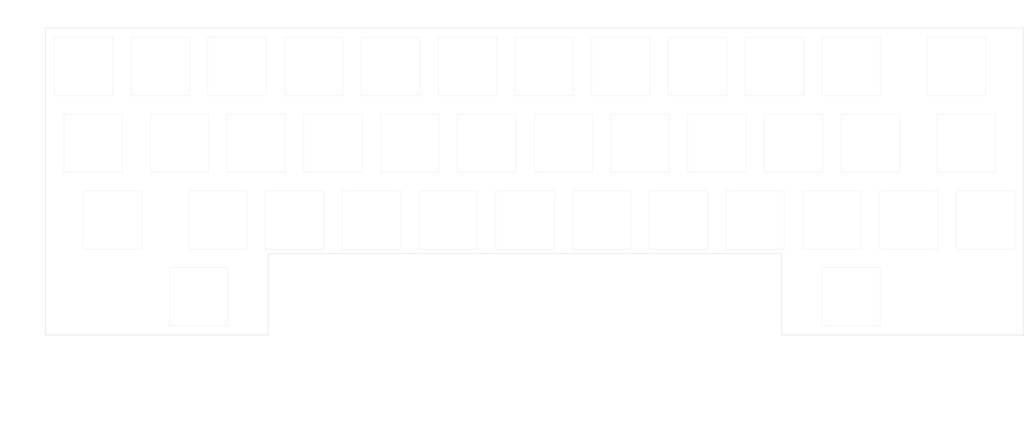
<source format=kicad_pcb>
(kicad_pcb (version 20221018) (generator pcbnew)
  (title_block (title "Henge40 SwitchFoam") (date "2024-11-16") (rev "v1.0") (company "@ymkn"))
  (layers (0 "F.Cu" signal) (31 "B.Cu" signal) (34 "B.Paste" user) (35 "F.Paste" user) (36 "B.SilkS" user "B.Silkscreen") (37 "F.SilkS" user "F.Silkscreen") (38 "B.Mask" user) (39 "F.Mask" user) (44 "Edge.Cuts" user))
  (net 0 "")
  (footprint "ymknlib_SwitchFoam_MX:SwitchFoam_MX_1.0u" (layer "B.Cu") (at 61.98 55.185 180)
    (fp_text reference "SW4" hide)
    (fp_text value "SW_Push")
    (fp_line (start -7.25 -7.25) (end 7.25 -7.25) (stroke (width 0.05)) (layer "Edge.Cuts"))
    (fp_line (start -7.25 7.25) (end -7.25 -7.25) (stroke (width 0.05)) (layer "Edge.Cuts"))
    (fp_line (start 7.25 -7.25) (end 7.25 7.25) (stroke (width 0.05)) (layer "Edge.Cuts"))
    (fp_line (start 7.25 7.25) (end -7.25 7.25) (stroke (width 0.05)) (layer "Edge.Cuts"))
  )
  (footprint "ymknlib_SwitchFoam_MX:SwitchFoam_MX_1.0u" (layer "B.Cu") (at 233.43 112.335 180)
    (fp_text reference "SW35" hide)
    (fp_text value "SW_Push")
    (fp_line (start -7.25 -7.25) (end 7.25 -7.25) (stroke (width 0.05)) (layer "Edge.Cuts"))
    (fp_line (start -7.25 7.25) (end -7.25 -7.25) (stroke (width 0.05)) (layer "Edge.Cuts"))
    (fp_line (start 7.25 -7.25) (end 7.25 7.25) (stroke (width 0.05)) (layer "Edge.Cuts"))
    (fp_line (start 7.25 7.25) (end -7.25 7.25) (stroke (width 0.05)) (layer "Edge.Cuts"))
  )
  (footprint "ymknlib_SwitchFoam_MX:SwitchFoam_MX_1.0u" (layer "B.Cu") (at 152.4675 93.285 180)
    (fp_text reference "SW20" hide)
    (fp_text value "SW_Push")
    (fp_line (start -7.25 -7.25) (end 7.25 -7.25) (stroke (width 0.05)) (layer "Edge.Cuts"))
    (fp_line (start -7.25 7.25) (end -7.25 -7.25) (stroke (width 0.05)) (layer "Edge.Cuts"))
    (fp_line (start 7.25 -7.25) (end 7.25 7.25) (stroke (width 0.05)) (layer "Edge.Cuts"))
    (fp_line (start 7.25 7.25) (end -7.25 7.25) (stroke (width 0.05)) (layer "Edge.Cuts"))
  )
  (footprint "ymknlib_SwitchFoam_MX:SwitchFoam_MX_1.0u" (layer "B.Cu") (at 50.07375 93.285 180)
    (fp_text reference "SW3" hide)
    (fp_text value "SW_Push")
    (fp_line (start -7.25 -7.25) (end 7.25 -7.25) (stroke (width 0.05)) (layer "Edge.Cuts"))
    (fp_line (start -7.25 7.25) (end -7.25 -7.25) (stroke (width 0.05)) (layer "Edge.Cuts"))
    (fp_line (start 7.25 -7.25) (end 7.25 7.25) (stroke (width 0.05)) (layer "Edge.Cuts"))
    (fp_line (start 7.25 7.25) (end -7.25 7.25) (stroke (width 0.05)) (layer "Edge.Cuts"))
  )
  (footprint "ymknlib_SwitchFoam_MX:SwitchFoam_MX_1.0u" (layer "B.Cu") (at 200.0925 74.235 180)
    (fp_text reference "SW29" hide)
    (fp_text value "SW_Push")
    (fp_line (start -7.25 -7.25) (end 7.25 -7.25) (stroke (width 0.05)) (layer "Edge.Cuts"))
    (fp_line (start -7.25 7.25) (end -7.25 -7.25) (stroke (width 0.05)) (layer "Edge.Cuts"))
    (fp_line (start 7.25 -7.25) (end 7.25 7.25) (stroke (width 0.05)) (layer "Edge.Cuts"))
    (fp_line (start 7.25 7.25) (end -7.25 7.25) (stroke (width 0.05)) (layer "Edge.Cuts"))
  )
  (footprint "ymknlib_SwitchFoam_MX:SwitchFoam_MX_1.0u" (layer "B.Cu") (at 266.7675 93.285 180)
    (fp_text reference "SW41" hide)
    (fp_text value "SW_Push")
    (fp_line (start -7.25 -7.25) (end 7.25 -7.25) (stroke (width 0.05)) (layer "Edge.Cuts"))
    (fp_line (start -7.25 7.25) (end -7.25 -7.25) (stroke (width 0.05)) (layer "Edge.Cuts"))
    (fp_line (start 7.25 -7.25) (end 7.25 7.25) (stroke (width 0.05)) (layer "Edge.Cuts"))
    (fp_line (start 7.25 7.25) (end -7.25 7.25) (stroke (width 0.05)) (layer "Edge.Cuts"))
  )
  (footprint "ymknlib_SwitchFoam_MX:SwitchFoam_MX_1.0u" (layer "B.Cu") (at 85.7925 74.235 180)
    (fp_text reference "SW9" hide)
    (fp_text value "SW_Push")
    (fp_line (start -7.25 -7.25) (end 7.25 -7.25) (stroke (width 0.05)) (layer "Edge.Cuts"))
    (fp_line (start -7.25 7.25) (end -7.25 -7.25) (stroke (width 0.05)) (layer "Edge.Cuts"))
    (fp_line (start 7.25 -7.25) (end 7.25 7.25) (stroke (width 0.05)) (layer "Edge.Cuts"))
    (fp_line (start 7.25 7.25) (end -7.25 7.25) (stroke (width 0.05)) (layer "Edge.Cuts"))
  )
  (footprint "ymknlib_SwitchFoam_MX:SwitchFoam_MX_1.0u" (layer "B.Cu") (at 119.13 55.185 180)
    (fp_text reference "SW15" hide)
    (fp_text value "SW_Push")
    (fp_line (start -7.25 -7.25) (end 7.25 -7.25) (stroke (width 0.05)) (layer "Edge.Cuts"))
    (fp_line (start -7.25 7.25) (end -7.25 -7.25) (stroke (width 0.05)) (layer "Edge.Cuts"))
    (fp_line (start 7.25 -7.25) (end 7.25 7.25) (stroke (width 0.05)) (layer "Edge.Cuts"))
    (fp_line (start 7.25 7.25) (end -7.25 7.25) (stroke (width 0.05)) (layer "Edge.Cuts"))
  )
  (footprint "ymknlib_SwitchFoam_MX:SwitchFoam_MX_1.0u" (layer "B.Cu") (at 100.08 55.185 180)
    (fp_text reference "SW11" hide)
    (fp_text value "SW_Push")
    (fp_line (start -7.25 -7.25) (end 7.25 -7.25) (stroke (width 0.05)) (layer "Edge.Cuts"))
    (fp_line (start -7.25 7.25) (end -7.25 -7.25) (stroke (width 0.05)) (layer "Edge.Cuts"))
    (fp_line (start 7.25 -7.25) (end 7.25 7.25) (stroke (width 0.05)) (layer "Edge.Cuts"))
    (fp_line (start 7.25 7.25) (end -7.25 7.25) (stroke (width 0.05)) (layer "Edge.Cuts"))
  )
  (footprint "ymknlib_SwitchFoam_MX:SwitchFoam_MX_1.0u" (layer "B.Cu") (at 262.005 74.235 180)
    (fp_text reference "SW40" hide)
    (fp_text value "SW_Push")
    (fp_line (start -7.25 -7.25) (end 7.25 -7.25) (stroke (width 0.05)) (layer "Edge.Cuts"))
    (fp_line (start -7.25 7.25) (end -7.25 -7.25) (stroke (width 0.05)) (layer "Edge.Cuts"))
    (fp_line (start 7.25 -7.25) (end 7.25 7.25) (stroke (width 0.05)) (layer "Edge.Cuts"))
    (fp_line (start 7.25 7.25) (end -7.25 7.25) (stroke (width 0.05)) (layer "Edge.Cuts"))
  )
  (footprint "ymknlib_SwitchFoam_MX:SwitchFoam_MX_1.0u" (layer "B.Cu") (at 157.23 55.185 180)
    (fp_text reference "SW22" hide)
    (fp_text value "SW_Push")
    (fp_line (start -7.25 -7.25) (end 7.25 -7.25) (stroke (width 0.05)) (layer "Edge.Cuts"))
    (fp_line (start -7.25 7.25) (end -7.25 -7.25) (stroke (width 0.05)) (layer "Edge.Cuts"))
    (fp_line (start 7.25 -7.25) (end 7.25 7.25) (stroke (width 0.05)) (layer "Edge.Cuts"))
    (fp_line (start 7.25 7.25) (end -7.25 7.25) (stroke (width 0.05)) (layer "Edge.Cuts"))
  )
  (footprint "ymknlib_SwitchFoam_MX:SwitchFoam_MX_1.0u" (layer "B.Cu") (at 214.38 55.185 180)
    (fp_text reference "SW32" hide)
    (fp_text value "SW_Push")
    (fp_line (start -7.25 -7.25) (end 7.25 -7.25) (stroke (width 0.05)) (layer "Edge.Cuts"))
    (fp_line (start -7.25 7.25) (end -7.25 -7.25) (stroke (width 0.05)) (layer "Edge.Cuts"))
    (fp_line (start 7.25 -7.25) (end 7.25 7.25) (stroke (width 0.05)) (layer "Edge.Cuts"))
    (fp_line (start 7.25 7.25) (end -7.25 7.25) (stroke (width 0.05)) (layer "Edge.Cuts"))
  )
  (footprint "ymknlib_SwitchFoam_MX:SwitchFoam_MX_1.0u" (layer "B.Cu") (at 66.7425 74.235 180)
    (fp_text reference "SW5" hide)
    (fp_text value "SW_Push")
    (fp_line (start -7.25 -7.25) (end 7.25 -7.25) (stroke (width 0.05)) (layer "Edge.Cuts"))
    (fp_line (start -7.25 7.25) (end -7.25 -7.25) (stroke (width 0.05)) (layer "Edge.Cuts"))
    (fp_line (start 7.25 -7.25) (end 7.25 7.25) (stroke (width 0.05)) (layer "Edge.Cuts"))
    (fp_line (start 7.25 7.25) (end -7.25 7.25) (stroke (width 0.05)) (layer "Edge.Cuts"))
  )
  (footprint "ymknlib_SwitchFoam_MX:SwitchFoam_MX_1.0u" (layer "B.Cu") (at 45.31125 74.235 180)
    (fp_text reference "SW2" hide)
    (fp_text value "SW_Push")
    (fp_line (start -7.25 -7.25) (end 7.25 -7.25) (stroke (width 0.05)) (layer "Edge.Cuts"))
    (fp_line (start -7.25 7.25) (end -7.25 -7.25) (stroke (width 0.05)) (layer "Edge.Cuts"))
    (fp_line (start 7.25 -7.25) (end 7.25 7.25) (stroke (width 0.05)) (layer "Edge.Cuts"))
    (fp_line (start 7.25 7.25) (end -7.25 7.25) (stroke (width 0.05)) (layer "Edge.Cuts"))
  )
  (footprint "ymknlib_SwitchFoam_MX:SwitchFoam_MX_1.0u" (layer "B.Cu") (at 176.28 55.185 180)
    (fp_text reference "SW25" hide)
    (fp_text value "SW_Push")
    (fp_line (start -7.25 -7.25) (end 7.25 -7.25) (stroke (width 0.05)) (layer "Edge.Cuts"))
    (fp_line (start -7.25 7.25) (end -7.25 -7.25) (stroke (width 0.05)) (layer "Edge.Cuts"))
    (fp_line (start 7.25 -7.25) (end 7.25 7.25) (stroke (width 0.05)) (layer "Edge.Cuts"))
    (fp_line (start 7.25 7.25) (end -7.25 7.25) (stroke (width 0.05)) (layer "Edge.Cuts"))
  )
  (footprint "ymknlib_SwitchFoam_MX:SwitchFoam_MX_1.0u" (layer "B.Cu") (at 171.5175 93.285 180)
    (fp_text reference "SW24" hide)
    (fp_text value "SW_Push")
    (fp_line (start -7.25 -7.25) (end 7.25 -7.25) (stroke (width 0.05)) (layer "Edge.Cuts"))
    (fp_line (start -7.25 7.25) (end -7.25 -7.25) (stroke (width 0.05)) (layer "Edge.Cuts"))
    (fp_line (start 7.25 -7.25) (end 7.25 7.25) (stroke (width 0.05)) (layer "Edge.Cuts"))
    (fp_line (start 7.25 7.25) (end -7.25 7.25) (stroke (width 0.05)) (layer "Edge.Cuts"))
  )
  (footprint "ymknlib_SwitchFoam_MX:SwitchFoam_MX_1.0u" (layer "B.Cu") (at 259.62375 55.185 180)
    (fp_text reference "SW39" hide)
    (fp_text value "SW_Push")
    (fp_line (start -7.25 -7.25) (end 7.25 -7.25) (stroke (width 0.05)) (layer "Edge.Cuts"))
    (fp_line (start -7.25 7.25) (end -7.25 -7.25) (stroke (width 0.05)) (layer "Edge.Cuts"))
    (fp_line (start 7.25 -7.25) (end 7.25 7.25) (stroke (width 0.05)) (layer "Edge.Cuts"))
    (fp_line (start 7.25 7.25) (end -7.25 7.25) (stroke (width 0.05)) (layer "Edge.Cuts"))
  )
  (footprint "ymknlib_SwitchFoam_MX:SwitchFoam_MX_1.0u" (layer "B.Cu") (at 195.33 55.185 180)
    (fp_text reference "SW28" hide)
    (fp_text value "SW_Push")
    (fp_line (start -7.25 -7.25) (end 7.25 -7.25) (stroke (width 0.05)) (layer "Edge.Cuts"))
    (fp_line (start -7.25 7.25) (end -7.25 -7.25) (stroke (width 0.05)) (layer "Edge.Cuts"))
    (fp_line (start 7.25 -7.25) (end 7.25 7.25) (stroke (width 0.05)) (layer "Edge.Cuts"))
    (fp_line (start 7.25 7.25) (end -7.25 7.25) (stroke (width 0.05)) (layer "Edge.Cuts"))
  )
  (footprint "ymknlib_SwitchFoam_MX:SwitchFoam_MX_1.0u" (layer "B.Cu") (at 76.2675 93.285 180)
    (fp_text reference "SW6" hide)
    (fp_text value "SW_Push")
    (fp_line (start -7.25 -7.25) (end 7.25 -7.25) (stroke (width 0.05)) (layer "Edge.Cuts"))
    (fp_line (start -7.25 7.25) (end -7.25 -7.25) (stroke (width 0.05)) (layer "Edge.Cuts"))
    (fp_line (start 7.25 -7.25) (end 7.25 7.25) (stroke (width 0.05)) (layer "Edge.Cuts"))
    (fp_line (start 7.25 7.25) (end -7.25 7.25) (stroke (width 0.05)) (layer "Edge.Cuts"))
  )
  (footprint "ymknlib_SwitchFoam_MX:SwitchFoam_MX_1.0u" (layer "B.Cu") (at 133.4175 93.285 180)
    (fp_text reference "SW17" hide)
    (fp_text value "SW_Push")
    (fp_line (start -7.25 -7.25) (end 7.25 -7.25) (stroke (width 0.05)) (layer "Edge.Cuts"))
    (fp_line (start -7.25 7.25) (end -7.25 -7.25) (stroke (width 0.05)) (layer "Edge.Cuts"))
    (fp_line (start 7.25 -7.25) (end 7.25 7.25) (stroke (width 0.05)) (layer "Edge.Cuts"))
    (fp_line (start 7.25 7.25) (end -7.25 7.25) (stroke (width 0.05)) (layer "Edge.Cuts"))
  )
  (footprint "ymknlib_SwitchFoam_MX:SwitchFoam_MX_1.0u" (layer "B.Cu") (at 114.3675 93.285 180)
    (fp_text reference "SW13" hide)
    (fp_text value "SW_Push")
    (fp_line (start -7.25 -7.25) (end 7.25 -7.25) (stroke (width 0.05)) (layer "Edge.Cuts"))
    (fp_line (start -7.25 7.25) (end -7.25 -7.25) (stroke (width 0.05)) (layer "Edge.Cuts"))
    (fp_line (start 7.25 -7.25) (end 7.25 7.25) (stroke (width 0.05)) (layer "Edge.Cuts"))
    (fp_line (start 7.25 7.25) (end -7.25 7.25) (stroke (width 0.05)) (layer "Edge.Cuts"))
  )
  (footprint "ymknlib_SwitchFoam_MX:SwitchFoam_MX_1.0u" (layer "B.Cu") (at 161.9925 74.235 180)
    (fp_text reference "SW23" hide)
    (fp_text value "SW_Push")
    (fp_line (start -7.25 -7.25) (end 7.25 -7.25) (stroke (width 0.05)) (layer "Edge.Cuts"))
    (fp_line (start -7.25 7.25) (end -7.25 -7.25) (stroke (width 0.05)) (layer "Edge.Cuts"))
    (fp_line (start 7.25 -7.25) (end 7.25 7.25) (stroke (width 0.05)) (layer "Edge.Cuts"))
    (fp_line (start 7.25 7.25) (end -7.25 7.25) (stroke (width 0.05)) (layer "Edge.Cuts"))
  )
  (footprint "ymknlib_SwitchFoam_MX:SwitchFoam_MX_1.0u" (layer "B.Cu") (at 233.43 55.185 180)
    (fp_text reference "SW36" hide)
    (fp_text value "SW_Push")
    (fp_line (start -7.25 -7.25) (end 7.25 -7.25) (stroke (width 0.05)) (layer "Edge.Cuts"))
    (fp_line (start -7.25 7.25) (end -7.25 -7.25) (stroke (width 0.05)) (layer "Edge.Cuts"))
    (fp_line (start 7.25 -7.25) (end 7.25 7.25) (stroke (width 0.05)) (layer "Edge.Cuts"))
    (fp_line (start 7.25 7.25) (end -7.25 7.25) (stroke (width 0.05)) (layer "Edge.Cuts"))
  )
  (footprint "ymknlib_SwitchFoam_MX:SwitchFoam_MX_1.0u" (layer "B.Cu") (at 209.6175 93.285 180)
    (fp_text reference "SW30" hide)
    (fp_text value "SW_Push")
    (fp_line (start -7.25 -7.25) (end 7.25 -7.25) (stroke (width 0.05)) (layer "Edge.Cuts"))
    (fp_line (start -7.25 7.25) (end -7.25 -7.25) (stroke (width 0.05)) (layer "Edge.Cuts"))
    (fp_line (start 7.25 -7.25) (end 7.25 7.25) (stroke (width 0.05)) (layer "Edge.Cuts"))
    (fp_line (start 7.25 7.25) (end -7.25 7.25) (stroke (width 0.05)) (layer "Edge.Cuts"))
  )
  (footprint "ymknlib_SwitchFoam_MX:SwitchFoam_MX_1.0u" (layer "B.Cu") (at 42.93 55.185 180)
    (fp_text reference "SW1" hide)
    (fp_text value "SW_Push")
    (fp_line (start -7.25 -7.25) (end 7.25 -7.25) (stroke (width 0.05)) (layer "Edge.Cuts"))
    (fp_line (start -7.25 7.25) (end -7.25 -7.25) (stroke (width 0.05)) (layer "Edge.Cuts"))
    (fp_line (start 7.25 -7.25) (end 7.25 7.25) (stroke (width 0.05)) (layer "Edge.Cuts"))
    (fp_line (start 7.25 7.25) (end -7.25 7.25) (stroke (width 0.05)) (layer "Edge.Cuts"))
  )
  (footprint "ymknlib_SwitchFoam_MX:SwitchFoam_MX_1.0u" (layer "B.Cu") (at 142.9425 74.235 180)
    (fp_text reference "SW19" hide)
    (fp_text value "SW_Push")
    (fp_line (start -7.25 -7.25) (end 7.25 -7.25) (stroke (width 0.05)) (layer "Edge.Cuts"))
    (fp_line (start -7.25 7.25) (end -7.25 -7.25) (stroke (width 0.05)) (layer "Edge.Cuts"))
    (fp_line (start 7.25 -7.25) (end 7.25 7.25) (stroke (width 0.05)) (layer "Edge.Cuts"))
    (fp_line (start 7.25 7.25) (end -7.25 7.25) (stroke (width 0.05)) (layer "Edge.Cuts"))
  )
  (footprint "ymknlib_SwitchFoam_MX:SwitchFoam_MX_1.0u" (layer "B.Cu") (at 138.18 55.185 180)
    (fp_text reference "SW18" hide)
    (fp_text value "SW_Push")
    (fp_line (start -7.25 -7.25) (end 7.25 -7.25) (stroke (width 0.05)) (layer "Edge.Cuts"))
    (fp_line (start -7.25 7.25) (end -7.25 -7.25) (stroke (width 0.05)) (layer "Edge.Cuts"))
    (fp_line (start 7.25 -7.25) (end 7.25 7.25) (stroke (width 0.05)) (layer "Edge.Cuts"))
    (fp_line (start 7.25 7.25) (end -7.25 7.25) (stroke (width 0.05)) (layer "Edge.Cuts"))
  )
  (footprint "ymknlib_SwitchFoam_MX:SwitchFoam_MX_1.0u" (layer "B.Cu") (at 95.3175 93.285 180)
    (fp_text reference "SW10" hide)
    (fp_text value "SW_Push")
    (fp_line (start -7.25 -7.25) (end 7.25 -7.25) (stroke (width 0.05)) (layer "Edge.Cuts"))
    (fp_line (start -7.25 7.25) (end -7.25 -7.25) (stroke (width 0.05)) (layer "Edge.Cuts"))
    (fp_line (start 7.25 -7.25) (end 7.25 7.25) (stroke (width 0.05)) (layer "Edge.Cuts"))
    (fp_line (start 7.25 7.25) (end -7.25 7.25) (stroke (width 0.05)) (layer "Edge.Cuts"))
  )
  (footprint "ymknlib_SwitchFoam_MX:SwitchFoam_MX_1.0u" (layer "B.Cu") (at 190.5675 93.285 180)
    (fp_text reference "SW27" hide)
    (fp_text value "SW_Push")
    (fp_line (start -7.25 -7.25) (end 7.25 -7.25) (stroke (width 0.05)) (layer "Edge.Cuts"))
    (fp_line (start -7.25 7.25) (end -7.25 -7.25) (stroke (width 0.05)) (layer "Edge.Cuts"))
    (fp_line (start 7.25 -7.25) (end 7.25 7.25) (stroke (width 0.05)) (layer "Edge.Cuts"))
    (fp_line (start 7.25 7.25) (end -7.25 7.25) (stroke (width 0.05)) (layer "Edge.Cuts"))
  )
  (footprint "ymknlib_SwitchFoam_MX:SwitchFoam_MX_1.0u" (layer "B.Cu") (at 181.0425 74.235 180)
    (fp_text reference "SW26" hide)
    (fp_text value "SW_Push")
    (fp_line (start -7.25 -7.25) (end 7.25 -7.25) (stroke (width 0.05)) (layer "Edge.Cuts"))
    (fp_line (start -7.25 7.25) (end -7.25 -7.25) (stroke (width 0.05)) (layer "Edge.Cuts"))
    (fp_line (start 7.25 -7.25) (end 7.25 7.25) (stroke (width 0.05)) (layer "Edge.Cuts"))
    (fp_line (start 7.25 7.25) (end -7.25 7.25) (stroke (width 0.05)) (layer "Edge.Cuts"))
  )
  (footprint "ymknlib_SwitchFoam_MX:SwitchFoam_MX_1.0u" (layer "B.Cu") (at 123.8925 74.235 180)
    (fp_text reference "SW16" hide)
    (fp_text value "SW_Push")
    (fp_line (start -7.25 -7.25) (end 7.25 -7.25) (stroke (width 0.05)) (layer "Edge.Cuts"))
    (fp_line (start -7.25 7.25) (end -7.25 -7.25) (stroke (width 0.05)) (layer "Edge.Cuts"))
    (fp_line (start 7.25 -7.25) (end 7.25 7.25) (stroke (width 0.05)) (layer "Edge.Cuts"))
    (fp_line (start 7.25 7.25) (end -7.25 7.25) (stroke (width 0.05)) (layer "Edge.Cuts"))
  )
  (footprint "ymknlib_SwitchFoam_MX:SwitchFoam_MX_1.0u" (layer "B.Cu") (at 71.505032 112.335 180)
    (fp_text reference "SW7" hide)
    (fp_text value "SW_Push")
    (fp_line (start -7.25 -7.25) (end 7.25 -7.25) (stroke (width 0.05)) (layer "Edge.Cuts"))
    (fp_line (start -7.25 7.25) (end -7.25 -7.25) (stroke (width 0.05)) (layer "Edge.Cuts"))
    (fp_line (start 7.25 -7.25) (end 7.25 7.25) (stroke (width 0.05)) (layer "Edge.Cuts"))
    (fp_line (start 7.25 7.25) (end -7.25 7.25) (stroke (width 0.05)) (layer "Edge.Cuts"))
  )
  (footprint "ymknlib_SwitchFoam_MX:SwitchFoam_MX_1.0u" (layer "B.Cu") (at 247.7175 93.285 180)
    (fp_text reference "SW38" hide)
    (fp_text value "SW_Push")
    (fp_line (start -7.25 -7.25) (end 7.25 -7.25) (stroke (width 0.05)) (layer "Edge.Cuts"))
    (fp_line (start -7.25 7.25) (end -7.25 -7.25) (stroke (width 0.05)) (layer "Edge.Cuts"))
    (fp_line (start 7.25 -7.25) (end 7.25 7.25) (stroke (width 0.05)) (layer "Edge.Cuts"))
    (fp_line (start 7.25 7.25) (end -7.25 7.25) (stroke (width 0.05)) (layer "Edge.Cuts"))
  )
  (footprint "ymknlib_SwitchFoam_MX:SwitchFoam_MX_1.0u" (layer "B.Cu") (at 228.6675 93.285 180)
    (fp_text reference "SW34" hide)
    (fp_text value "SW_Push")
    (fp_line (start -7.25 -7.25) (end 7.25 -7.25) (stroke (width 0.05)) (layer "Edge.Cuts"))
    (fp_line (start -7.25 7.25) (end -7.25 -7.25) (stroke (width 0.05)) (layer "Edge.Cuts"))
    (fp_line (start 7.25 -7.25) (end 7.25 7.25) (stroke (width 0.05)) (layer "Edge.Cuts"))
    (fp_line (start 7.25 7.25) (end -7.25 7.25) (stroke (width 0.05)) (layer "Edge.Cuts"))
  )
  (footprint "ymknlib_SwitchFoam_MX:SwitchFoam_MX_1.0u" (layer "B.Cu") (at 219.1425 74.235 180)
    (fp_text reference "SW33" hide)
    (fp_text value "SW_Push")
    (fp_line (start -7.25 -7.25) (end 7.25 -7.25) (stroke (width 0.05)) (layer "Edge.Cuts"))
    (fp_line (start -7.25 7.25) (end -7.25 -7.25) (stroke (width 0.05)) (layer "Edge.Cuts"))
    (fp_line (start 7.25 -7.25) (end 7.25 7.25) (stroke (width 0.05)) (layer "Edge.Cuts"))
    (fp_line (start 7.25 7.25) (end -7.25 7.25) (stroke (width 0.05)) (layer "Edge.Cuts"))
  )
  (footprint "ymknlib_SwitchFoam_MX:SwitchFoam_MX_1.0u" (layer "B.Cu") (at 104.8425 74.235 180)
    (fp_text reference "SW12" hide)
    (fp_text value "SW_Push")
    (fp_line (start -7.25 -7.25) (end 7.25 -7.25) (stroke (width 0.05)) (layer "Edge.Cuts"))
    (fp_line (start -7.25 7.25) (end -7.25 -7.25) (stroke (width 0.05)) (layer "Edge.Cuts"))
    (fp_line (start 7.25 -7.25) (end 7.25 7.25) (stroke (width 0.05)) (layer "Edge.Cuts"))
    (fp_line (start 7.25 7.25) (end -7.25 7.25) (stroke (width 0.05)) (layer "Edge.Cuts"))
  )
  (footprint "ymknlib_SwitchFoam_MX:SwitchFoam_MX_1.0u" (layer "B.Cu") (at 81.03 55.185 180)
    (fp_text reference "SW8" hide)
    (fp_text value "SW_Push")
    (fp_line (start -7.25 -7.25) (end 7.25 -7.25) (stroke (width 0.05)) (layer "Edge.Cuts"))
    (fp_line (start -7.25 7.25) (end -7.25 -7.25) (stroke (width 0.05)) (layer "Edge.Cuts"))
    (fp_line (start 7.25 -7.25) (end 7.25 7.25) (stroke (width 0.05)) (layer "Edge.Cuts"))
    (fp_line (start 7.25 7.25) (end -7.25 7.25) (stroke (width 0.05)) (layer "Edge.Cuts"))
  )
  (footprint "ymknlib_SwitchFoam_MX:SwitchFoam_MX_1.0u" (layer "B.Cu") (at 238.1925 74.235 180)
    (fp_text reference "SW37" hide)
    (fp_text value "SW_Push")
    (fp_line (start -7.25 -7.25) (end 7.25 -7.25) (stroke (width 0.05)) (layer "Edge.Cuts"))
    (fp_line (start -7.25 7.25) (end -7.25 -7.25) (stroke (width 0.05)) (layer "Edge.Cuts"))
    (fp_line (start 7.25 -7.25) (end 7.25 7.25) (stroke (width 0.05)) (layer "Edge.Cuts"))
    (fp_line (start 7.25 7.25) (end -7.25 7.25) (stroke (width 0.05)) (layer "Edge.Cuts"))
  )
  (gr_line (start 88.769109 121.860064) (end 88.769109 101.619422) (stroke (width 0.1)) (layer "Edge.Cuts"))
  (gr_line (start 33.405 45.66) (end 276.292704 45.66) (stroke (width 0.1)) (layer "Edge.Cuts"))
  (gr_line (start 216.166091 101.619422) (end 216.166091 121.860064) (stroke (width 0.1)) (layer "Edge.Cuts"))
  (gr_line (start 88.769109 101.619422) (end 216.166091 101.619422) (stroke (width 0.1)) (layer "Edge.Cuts"))
  (gr_line (start 88.769109 121.860064) (end 33.405 121.860064) (stroke (width 0.1)) (layer "Edge.Cuts"))
  (gr_line (start 33.405 121.860064) (end 33.405 45.66) (stroke (width 0.1)) (layer "Edge.Cuts"))
  (gr_line (start 276.292704 121.860064) (end 216.166091 121.860064) (stroke (width 0.1)) (layer "Edge.Cuts"))
  (gr_line (start 276.292704 45.66) (end 276.292704 121.860064) (stroke (width 0.1)) (layer "Edge.Cuts"))
)
</source>
